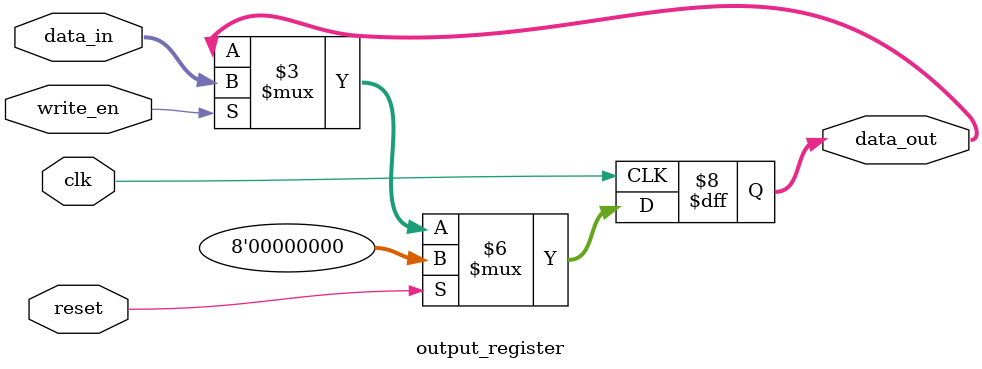
<source format=sv>
module memory_sync_reset #(
  parameter DEPTH = 8,
  parameter WIDTH = 8
)(
  input wire clk,
  input wire reset,
  input wire [WIDTH-1:0] data_in,
  input wire [$clog2(DEPTH)-1:0] addr,
  input wire write_en,
  output wire [WIDTH-1:0] data_out
);

  // 内部连线
  wire [WIDTH-1:0] mem_data_out;
  wire [WIDTH-1:0] mem_data_in;
  wire [$clog2(DEPTH)-1:0] mem_addr;
  wire mem_write_en;
  wire mem_reset;

  // 控制器模块实例化
  memory_controller #(
    .WIDTH(WIDTH),
    .DEPTH(DEPTH)
  ) u_controller (
    .clk(clk),
    .reset(reset),
    .write_en(write_en),
    .data_in(data_in),
    .addr(addr),
    .mem_write_en(mem_write_en),
    .mem_addr(mem_addr),
    .mem_data_in(mem_data_in),
    .mem_reset(mem_reset)
  );

  // 存储器阵列模块实例化
  memory_array #(
    .WIDTH(WIDTH),
    .DEPTH(DEPTH)
  ) u_mem_array (
    .clk(clk),
    .reset(mem_reset),
    .write_en(mem_write_en),
    .addr(mem_addr),
    .data_in(mem_data_in),
    .data_out(mem_data_out)
  );

  // 输出寄存器模块实例化
  output_register #(
    .WIDTH(WIDTH)
  ) u_output_reg (
    .clk(clk),
    .reset(reset),
    .write_en(~write_en),  // 只在读操作时更新输出
    .data_in(mem_data_out),
    .data_out(data_out)
  );

endmodule

// 控制器子模块 - 处理地址和控制信号
module memory_controller #(
  parameter WIDTH = 8,
  parameter DEPTH = 8
)(
  input wire clk,
  input wire reset,
  input wire write_en,
  input wire [WIDTH-1:0] data_in,
  input wire [$clog2(DEPTH)-1:0] addr,
  output reg mem_write_en,
  output reg [$clog2(DEPTH)-1:0] mem_addr,
  output reg [WIDTH-1:0] mem_data_in,
  output reg mem_reset
);

  // 优化控制逻辑，减少寄存器数量和逻辑延迟
  always @(posedge clk) begin
    if (reset) begin
      // 使用块赋值加快复位操作
      mem_write_en <= 1'b0;
      mem_addr <= '0;
      mem_data_in <= '0;
      mem_reset <= 1'b1;
    end else begin
      // 直接传递信号减少延迟
      {mem_write_en, mem_addr, mem_data_in, mem_reset} <= {write_en, addr, data_in, 1'b0};
    end
  end

endmodule

// 存储器阵列子模块 - 管理实际的存储单元
module memory_array #(
  parameter WIDTH = 8,
  parameter DEPTH = 8
)(
  input wire clk,
  input wire reset,
  input wire write_en,
  input wire [$clog2(DEPTH)-1:0] addr,
  input wire [WIDTH-1:0] data_in,
  output wire [WIDTH-1:0] data_out
);

  // 定义存储器和输出寄存器
  reg [WIDTH-1:0] mem [0:DEPTH-1];
  reg [WIDTH-1:0] data_out_reg;
  
  // 优化的存储器读写逻辑
  integer i;

  // 连接输出
  assign data_out = data_out_reg;

  // 优化访问模式，减少比较操作
  always @(posedge clk) begin
    if (reset) begin
      // 使用生成块来优化复位操作
      for (i = 0; i < DEPTH; i = i + 1)
        mem[i] <= '0;
      data_out_reg <= '0;
    end else begin
      // 优化读写条件判断减少比较器链
      if (write_en) 
        mem[addr] <= data_in;
      else
        data_out_reg <= mem[addr];
    end
  end

endmodule

// 输出寄存器子模块 - 管理数据输出
module output_register #(
  parameter WIDTH = 8
)(
  input wire clk,
  input wire reset,
  input wire write_en,
  input wire [WIDTH-1:0] data_in,
  output reg [WIDTH-1:0] data_out
);

  // 优化输出寄存器逻辑
  always @(posedge clk) begin
    if (reset)
      data_out <= '0;
    else if (write_en)
      data_out <= data_in;
    // 删除不必要的else分支，减少逻辑路径
  end

endmodule
</source>
